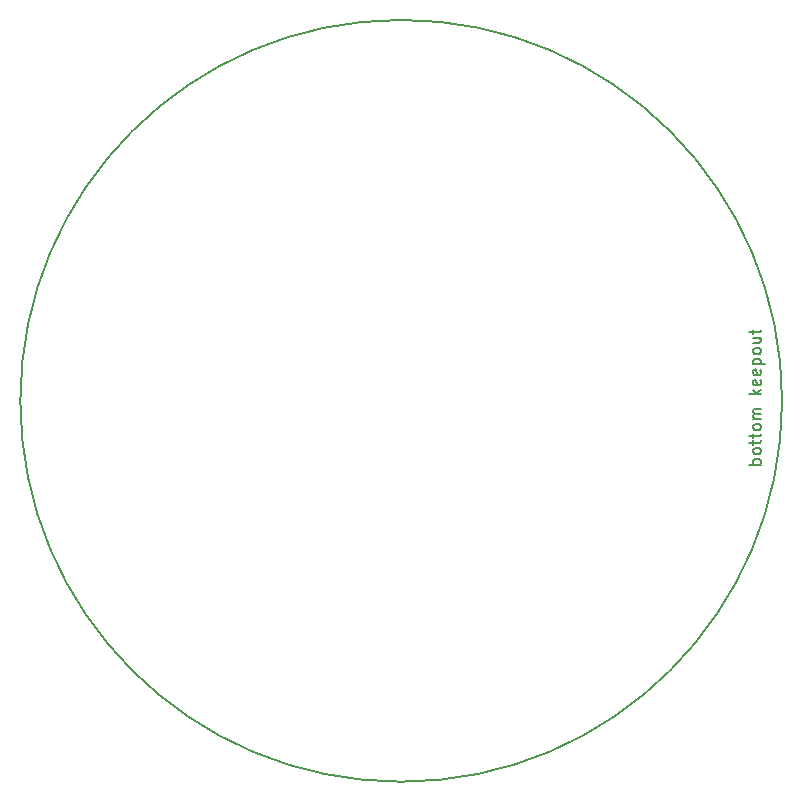
<source format=gbo>
%FSLAX34Y34*%
G04 Gerber Fmt 3.4, Leading zero omitted, Abs format*
G04 (created by PCBNEW (2014-06-29 BZR 4957)-product) date Tue 08 Jul 2014 06:59:35 PM CEST*
%MOIN*%
G01*
G70*
G90*
G04 APERTURE LIST*
%ADD10C,0.003937*%
%ADD11C,0.007874*%
G04 APERTURE END LIST*
G54D10*
G54D11*
X71044Y-39524D02*
X70650Y-39524D01*
X70800Y-39524D02*
X70781Y-39487D01*
X70781Y-39412D01*
X70800Y-39374D01*
X70819Y-39356D01*
X70856Y-39337D01*
X70969Y-39337D01*
X71006Y-39356D01*
X71025Y-39374D01*
X71044Y-39412D01*
X71044Y-39487D01*
X71025Y-39524D01*
X71044Y-39112D02*
X71025Y-39149D01*
X71006Y-39168D01*
X70969Y-39187D01*
X70856Y-39187D01*
X70819Y-39168D01*
X70800Y-39149D01*
X70781Y-39112D01*
X70781Y-39056D01*
X70800Y-39018D01*
X70819Y-38999D01*
X70856Y-38981D01*
X70969Y-38981D01*
X71006Y-38999D01*
X71025Y-39018D01*
X71044Y-39056D01*
X71044Y-39112D01*
X70781Y-38868D02*
X70781Y-38718D01*
X70650Y-38812D02*
X70988Y-38812D01*
X71025Y-38793D01*
X71044Y-38756D01*
X71044Y-38718D01*
X70781Y-38643D02*
X70781Y-38493D01*
X70650Y-38587D02*
X70988Y-38587D01*
X71025Y-38568D01*
X71044Y-38531D01*
X71044Y-38493D01*
X71044Y-38306D02*
X71025Y-38343D01*
X71006Y-38362D01*
X70969Y-38381D01*
X70856Y-38381D01*
X70819Y-38362D01*
X70800Y-38343D01*
X70781Y-38306D01*
X70781Y-38249D01*
X70800Y-38212D01*
X70819Y-38193D01*
X70856Y-38174D01*
X70969Y-38174D01*
X71006Y-38193D01*
X71025Y-38212D01*
X71044Y-38249D01*
X71044Y-38306D01*
X71044Y-38006D02*
X70781Y-38006D01*
X70819Y-38006D02*
X70800Y-37987D01*
X70781Y-37949D01*
X70781Y-37893D01*
X70800Y-37856D01*
X70838Y-37837D01*
X71044Y-37837D01*
X70838Y-37837D02*
X70800Y-37818D01*
X70781Y-37781D01*
X70781Y-37724D01*
X70800Y-37687D01*
X70838Y-37668D01*
X71044Y-37668D01*
X71044Y-37181D02*
X70650Y-37181D01*
X70894Y-37143D02*
X71044Y-37031D01*
X70781Y-37031D02*
X70931Y-37181D01*
X71025Y-36712D02*
X71044Y-36750D01*
X71044Y-36825D01*
X71025Y-36862D01*
X70988Y-36881D01*
X70838Y-36881D01*
X70800Y-36862D01*
X70781Y-36825D01*
X70781Y-36750D01*
X70800Y-36712D01*
X70838Y-36693D01*
X70875Y-36693D01*
X70913Y-36881D01*
X71025Y-36375D02*
X71044Y-36412D01*
X71044Y-36487D01*
X71025Y-36525D01*
X70988Y-36543D01*
X70838Y-36543D01*
X70800Y-36525D01*
X70781Y-36487D01*
X70781Y-36412D01*
X70800Y-36375D01*
X70838Y-36356D01*
X70875Y-36356D01*
X70913Y-36543D01*
X70781Y-36187D02*
X71175Y-36187D01*
X70800Y-36187D02*
X70781Y-36150D01*
X70781Y-36075D01*
X70800Y-36037D01*
X70819Y-36018D01*
X70856Y-36000D01*
X70969Y-36000D01*
X71006Y-36018D01*
X71025Y-36037D01*
X71044Y-36075D01*
X71044Y-36150D01*
X71025Y-36187D01*
X71044Y-35775D02*
X71025Y-35812D01*
X71006Y-35831D01*
X70969Y-35850D01*
X70856Y-35850D01*
X70819Y-35831D01*
X70800Y-35812D01*
X70781Y-35775D01*
X70781Y-35718D01*
X70800Y-35681D01*
X70819Y-35662D01*
X70856Y-35643D01*
X70969Y-35643D01*
X71006Y-35662D01*
X71025Y-35681D01*
X71044Y-35718D01*
X71044Y-35775D01*
X70781Y-35306D02*
X71044Y-35306D01*
X70781Y-35475D02*
X70988Y-35475D01*
X71025Y-35456D01*
X71044Y-35419D01*
X71044Y-35362D01*
X71025Y-35325D01*
X71006Y-35306D01*
X70781Y-35175D02*
X70781Y-35025D01*
X70650Y-35119D02*
X70988Y-35119D01*
X71025Y-35100D01*
X71044Y-35062D01*
X71044Y-35025D01*
X71751Y-37401D02*
G75*
G03X71751Y-37401I-12696J0D01*
G74*
G01*
M02*

</source>
